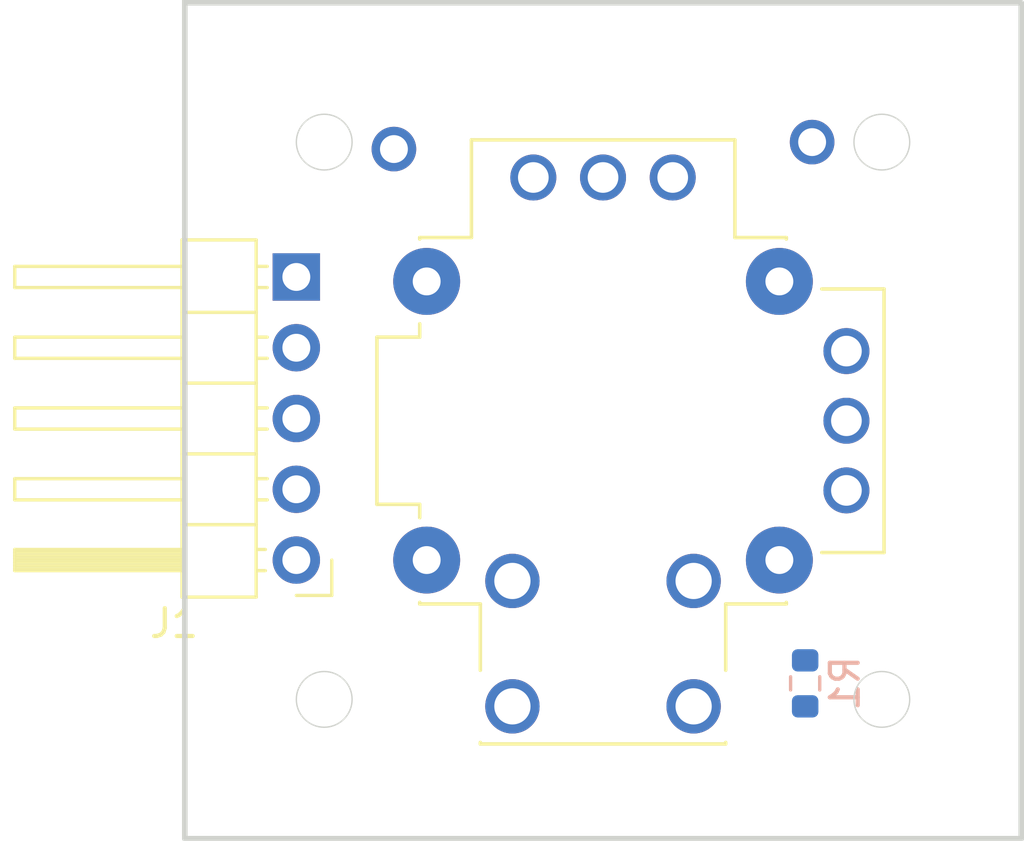
<source format=kicad_pcb>
(kicad_pcb (version 20241229) (generator "pcbnew") (generator_version "9.0")
  (layers (0 "F.Cu" signal) (2 "B.Cu" signal) (13 "F.Paste" user) (15 "B.Paste" user) (5 "F.SilkS" user "F.Silkscreen") (7 "B.SilkS" user "B.Silkscreen") (1 "F.Mask" user) (3 "B.Mask" user) (25 "Edge.Cuts" user))
  (net 0 "")
  (net 1 "/SW")
  (net 2 "/VR2")
  (net 3 "/Vin")
  (net 4 "/VR1")
  (net 5 "GND")
  (footprint "Connector_PinHeader_2.54mm:PinHeader_1x05_P2.54mm_Horizontal" (layer "F.Cu") (at 109 125 180)
    (property "Reference" "J1" (at 4.385 -2.27 0) (layer "F.SilkS"))
    (property "Value" "Conn_01x05_Pin")
    (fp_line (start 10.1 10.54) (end 4.1 10.54) (stroke (width 0.12)) (layer "F.SilkS"))
    (fp_line (start 10.1 9.78) (end 10.1 10.54) (stroke (width 0.12)) (layer "F.SilkS"))
    (fp_line (start 10.1 8) (end 4.1 8) (stroke (width 0.12)) (layer "F.SilkS"))
    (fp_line (start 10.1 7.24) (end 10.1 8) (stroke (width 0.12)) (layer "F.SilkS"))
    (fp_line (start 10.1 5.46) (end 4.1 5.46) (stroke (width 0.12)) (layer "F.SilkS"))
    (fp_line (start 10.1 4.7) (end 10.1 5.46) (stroke (width 0.12)) (layer "F.SilkS"))
    (fp_line (start 10.1 2.92) (end 4.1 2.92) (stroke (width 0.12)) (layer "F.SilkS"))
    (fp_line (start 10.1 2.16) (end 10.1 2.92) (stroke (width 0.12)) (layer "F.SilkS"))
    (fp_line (start 10.1 0.38) (end 4.1 0.38) (stroke (width 0.12)) (layer "F.SilkS"))
    (fp_line (start 10.1 -0.38) (end 10.1 0.38) (stroke (width 0.12)) (layer "F.SilkS"))
    (fp_line (start 4.1 11.49) (end 4.1 -1.33) (stroke (width 0.12)) (layer "F.SilkS"))
    (fp_line (start 4.1 9.78) (end 10.1 9.78) (stroke (width 0.12)) (layer "F.SilkS"))
    (fp_line (start 4.1 7.24) (end 10.1 7.24) (stroke (width 0.12)) (layer "F.SilkS"))
    (fp_line (start 4.1 4.7) (end 10.1 4.7) (stroke (width 0.12)) (layer "F.SilkS"))
    (fp_line (start 4.1 2.16) (end 10.1 2.16) (stroke (width 0.12)) (layer "F.SilkS"))
    (fp_line (start 4.1 0.28) (end 10.1 0.28) (stroke (width 0.12)) (layer "F.SilkS"))
    (fp_line (start 4.1 0.16) (end 10.1 0.16) (stroke (width 0.12)) (layer "F.SilkS"))
    (fp_line (start 4.1 0.04) (end 10.1 0.04) (stroke (width 0.12)) (layer "F.SilkS"))
    (fp_line (start 4.1 -0.08) (end 10.1 -0.08) (stroke (width 0.12)) (layer "F.SilkS"))
    (fp_line (start 4.1 -0.2) (end 10.1 -0.2) (stroke (width 0.12)) (layer "F.SilkS"))
    (fp_line (start 4.1 -0.32) (end 10.1 -0.32) (stroke (width 0.12)) (layer "F.SilkS"))
    (fp_line (start 4.1 -0.38) (end 10.1 -0.38) (stroke (width 0.12)) (layer "F.SilkS"))
    (fp_line (start 4.1 -1.33) (end 1.44 -1.33) (stroke (width 0.12)) (layer "F.SilkS"))
    (fp_line (start 1.44 11.49) (end 4.1 11.49) (stroke (width 0.12)) (layer "F.SilkS"))
    (fp_line (start 1.44 8.89) (end 4.1 8.89) (stroke (width 0.12)) (layer "F.SilkS"))
    (fp_line (start 1.44 6.35) (end 4.1 6.35) (stroke (width 0.12)) (layer "F.SilkS"))
    (fp_line (start 1.44 3.81) (end 4.1 3.81) (stroke (width 0.12)) (layer "F.SilkS"))
    (fp_line (start 1.44 1.27) (end 4.1 1.27) (stroke (width 0.12)) (layer "F.SilkS"))
    (fp_line (start 1.44 -1.33) (end 1.44 11.49) (stroke (width 0.12)) (layer "F.SilkS"))
    (fp_line (start 1.11 0.38) (end 1.44 0.38) (stroke (width 0.12)) (layer "F.SilkS"))
    (fp_line (start 1.11 -0.38) (end 1.44 -0.38) (stroke (width 0.12)) (layer "F.SilkS"))
    (fp_line (start 1.042929 10.54) (end 1.44 10.54) (stroke (width 0.12)) (layer "F.SilkS"))
    (fp_line (start 1.042929 9.78) (end 1.44 9.78) (stroke (width 0.12)) (layer "F.SilkS"))
    (fp_line (start 1.042929 8) (end 1.44 8) (stroke (width 0.12)) (layer "F.SilkS"))
    (fp_line (start 1.042929 7.24) (end 1.44 7.24) (stroke (width 0.12)) (layer "F.SilkS"))
    (fp_line (start 1.042929 5.46) (end 1.44 5.46) (stroke (width 0.12)) (layer "F.SilkS"))
    (fp_line (start 1.042929 4.7) (end 1.44 4.7) (stroke (width 0.12)) (layer "F.SilkS"))
    (fp_line (start 1.042929 2.92) (end 1.44 2.92) (stroke (width 0.12)) (layer "F.SilkS"))
    (fp_line (start 1.042929 2.16) (end 1.44 2.16) (stroke (width 0.12)) (layer "F.SilkS"))
    (fp_line (start -1.27 0) (end -1.27 -1.27) (stroke (width 0.12)) (layer "F.SilkS"))
    (fp_line (start -1.27 -1.27) (end 0 -1.27) (stroke (width 0.12)) (layer "F.SilkS"))
    (pad "1" thru_hole circle (at 0 0 180) (size 1.7 1.7) (drill 1) (layers "*.Cu" "*.Mask") (net 1 "/SW"))
    (pad "2" thru_hole oval (at 0 2.54 180) (size 1.7 1.7) (drill 1) (layers "*.Cu" "*.Mask") (net 4 "/VR1"))
    (pad "3" thru_hole oval (at 0 5.08 180) (size 1.7 1.7) (drill 1) (layers "*.Cu" "*.Mask") (net 2 "/VR2"))
    (pad "4" thru_hole oval (at 0 7.62 180) (size 1.7 1.7) (drill 1) (layers "*.Cu" "*.Mask") (net 3 "/Vin"))
    (pad "5" thru_hole rect (at 0 10.16 180) (size 1.7 1.7) (drill 1) (layers "*.Cu" "*.Mask") (net 5 "GND"))
  )
  (footprint "RKJXV122400R:SW_RKJXV122400R" (layer "F.Cu") (at 120 120)
    (property "Reference" "S1" (hide yes))
    (property "Value" "RKJXV122400R")
    (fp_line (start -8.11 -3) (end -6.575 -3) (stroke (width 0.127)) (layer "F.SilkS"))
    (fp_line (start -8.11 3) (end -8.11 -3) (stroke (width 0.127)) (layer "F.SilkS"))
    (fp_line (start -6.575 -6.575) (end -4.72 -6.575) (stroke (width 0.127)) (layer "F.SilkS"))
    (fp_line (start -6.575 -6.52) (end -6.575 -6.575) (stroke (width 0.127)) (layer "F.SilkS"))
    (fp_line (start -6.575 -3) (end -6.575 -3.48) (stroke (width 0.127)) (layer "F.SilkS"))
    (fp_line (start -6.575 3) (end -8.11 3) (stroke (width 0.127)) (layer "F.SilkS"))
    (fp_line (start -6.575 3.48) (end -6.575 3) (stroke (width 0.127)) (layer "F.SilkS"))
    (fp_line (start -6.575 6.575) (end -6.575 6.52) (stroke (width 0.127)) (layer "F.SilkS"))
    (fp_line (start -4.72 -10.08) (end 4.73 -10.08) (stroke (width 0.127)) (layer "F.SilkS"))
    (fp_line (start -4.72 -6.575) (end -4.72 -10.08) (stroke (width 0.127)) (layer "F.SilkS"))
    (fp_line (start -4.4 6.575) (end -6.575 6.575) (stroke (width 0.127)) (layer "F.SilkS"))
    (fp_line (start -4.4 8.955) (end -4.4 6.575) (stroke (width 0.127)) (layer "F.SilkS"))
    (fp_line (start -4.4 11.6) (end -4.4 11.545) (stroke (width 0.127)) (layer "F.SilkS"))
    (fp_line (start 4.4 6.575) (end 4.4 8.955) (stroke (width 0.127)) (layer "F.SilkS"))
    (fp_line (start 4.4 11.6) (end -4.4 11.6) (stroke (width 0.127)) (layer "F.SilkS"))
    (fp_line (start 4.4 11.6) (end 4.4 11.545) (stroke (width 0.127)) (layer "F.SilkS"))
    (fp_line (start 4.73 -10.08) (end 4.73 -6.575) (stroke (width 0.127)) (layer "F.SilkS"))
    (fp_line (start 4.73 -6.575) (end 6.575 -6.575) (stroke (width 0.127)) (layer "F.SilkS"))
    (fp_line (start 6.575 -6.575) (end 6.575 -6.52) (stroke (width 0.127)) (layer "F.SilkS"))
    (fp_line (start 6.575 6.575) (end 4.4 6.575) (stroke (width 0.127)) (layer "F.SilkS"))
    (fp_line (start 6.575 6.575) (end 6.575 6.52) (stroke (width 0.127)) (layer "F.SilkS"))
    (fp_line (start 7.845 -4.73) (end 10.08 -4.73) (stroke (width 0.127)) (layer "F.SilkS"))
    (fp_line (start 10.08 -4.73) (end 10.08 4.73) (stroke (width 0.127)) (layer "F.SilkS"))
    (fp_line (start 10.08 4.73) (end 7.845 4.73) (stroke (width 0.127)) (layer "F.SilkS"))
    (pad "" np_thru_hole circle (at -4.3 0) (size 1.65 1.65) (drill 1.65) (layers "*.Cu" "*.Mask"))
    (pad "" np_thru_hole circle (at 4.3 0) (size 1.65 1.65) (drill 1.65) (layers "*.Cu" "*.Mask"))
    (pad "A" thru_hole circle (at -3.25 5.75) (size 1.95 1.95) (drill 1.3) (layers "*.Cu" "*.Mask") (net 1 "/SW"))
    (pad "B" thru_hole circle (at -3.25 10.25) (size 1.95 1.95) (drill 1.3) (layers "*.Cu" "*.Mask") (net 5 "GND"))
    (pad "C" thru_hole circle (at 3.25 5.75) (size 1.95 1.95) (drill 1.3) (layers "*.Cu" "*.Mask") (net 1 "/SW"))
    (pad "D" thru_hole circle (at 3.25 10.25) (size 1.95 1.95) (drill 1.3) (layers "*.Cu" "*.Mask") (net 5 "GND"))
    (pad "SH1" thru_hole circle (at -6.325 -5) (size 2.4 2.4) (drill 1) (layers "*.Cu" "*.Mask") (net 5 "GND"))
    (pad "SH2" thru_hole circle (at 6.325 -5) (size 2.4 2.4) (drill 1) (layers "*.Cu" "*.Mask") (net 5 "GND"))
    (pad "SH3" thru_hole circle (at 6.325 5) (size 2.4 2.4) (drill 1) (layers "*.Cu" "*.Mask") (net 5 "GND"))
    (pad "SH4" thru_hole circle (at -6.325 5) (size 2.4 2.4) (drill 1) (layers "*.Cu" "*.Mask") (net 5 "GND"))
    (pad "VR1_1" thru_hole circle (at 8.73 2.5) (size 1.65 1.65) (drill 1.1) (layers "*.Cu" "*.Mask") (net 5 "GND"))
    (pad "VR1_2" thru_hole circle (at 8.73 0) (size 1.65 1.65) (drill 1.1) (layers "*.Cu" "*.Mask") (net 4 "/VR1"))
    (pad "VR1_3" thru_hole circle (at 8.73 -2.5) (size 1.65 1.65) (drill 1.1) (layers "*.Cu" "*.Mask") (net 3 "/Vin"))
    (pad "VR2_1" thru_hole circle (at 2.5 -8.73) (size 1.65 1.65) (drill 1.1) (layers "*.Cu" "*.Mask") (net 5 "GND"))
    (pad "VR2_2" thru_hole circle (at 0 -8.73) (size 1.65 1.65) (drill 1.1) (layers "*.Cu" "*.Mask") (net 2 "/VR2"))
    (pad "VR2_3" thru_hole circle (at -2.5 -8.73) (size 1.65 1.65) (drill 1.1) (layers "*.Cu" "*.Mask") (net 3 "/Vin"))
  )
  (footprint "Resistor_SMD:R_0603_1608Metric" (layer "B.Cu") (at 127.25 129.425 90)
    (property "Reference" "R1" (at 0 1.43 90) (layer "B.SilkS") (effects (justify mirror)))
    (property "Value" "10k")
    (fp_line (start -0.237258 -0.5225) (end 0.237258 -0.5225) (stroke (width 0.12)) (layer "B.SilkS"))
    (fp_line (start -0.237258 0.5225) (end 0.237258 0.5225) (stroke (width 0.12)) (layer "B.SilkS"))
    (pad "1" smd roundrect (at -0.825 0 90) (size 0.8 0.95) (layers "B.Cu" "B.Mask" "B.Paste") (net 1 "/SW"))
    (pad "2" smd roundrect (at 0.825 0 90) (size 0.8 0.95) (layers "B.Cu" "B.Mask" "B.Paste") (net 3 "/Vin"))
  )
  (gr_circle (center 110 110) (end 110 109) (stroke (width 0.05)) (fill no) (layer "Edge.Cuts"))
  (gr_circle (center 130 130) (end 130 129) (stroke (width 0.05)) (fill no) (layer "Edge.Cuts"))
  (gr_circle (center 130 110) (end 130 109) (stroke (width 0.05)) (fill no) (layer "Edge.Cuts"))
  (gr_rect (start 105 105) (end 135 135) (stroke (width 0.2)) (fill no) (layer "Edge.Cuts"))
  (gr_circle (center 110 130) (end 110 129) (stroke (width 0.05)) (fill no) (layer "Edge.Cuts"))
  (via (at 127.5 110) (size 1.6) (drill 1) (layers "F.Cu" "B.Cu") (net 5))
  (via (at 112.5 110.25) (size 1.6) (drill 1) (layers "F.Cu" "B.Cu") (net 5))
)
</source>
